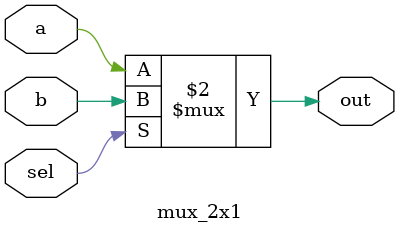
<source format=v>
module mux_2x1(input wire  a,input wire  b, input wire sel,output wire out);

assign out=(sel==1'b0)?a:b;
endmodule

</source>
